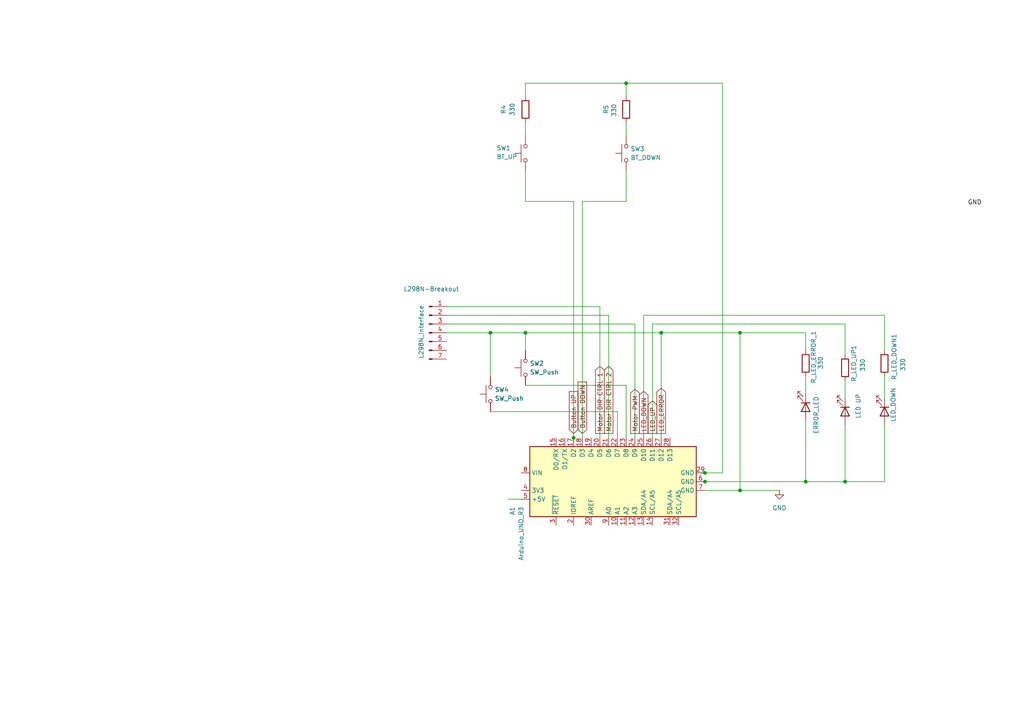
<source format=kicad_sch>
(kicad_sch (version 20250114) (generator "eeschema") (generator_version "9.0")
  (paper "A4")
  (title_block (title "Desk Automation") (date "2025-12-30") (rev "0.1") (company "E2Q"))
  (lib_symbols
    (symbol "Connector:Conn_01x07_Pin" (pin_names (offset 1.016) (hide yes))
      (property "Reference" "J" (at 0 10.16 0))
      (property "Value" "Conn_01x07_Pin" (at 0 -10.16 0))
      (symbol "Conn_01x07_Pin_1_1"
        (rectangle (start 0.8636 7.747) (end 0 7.493) (stroke (width 0.1524)) (fill (type outline)))
        (rectangle (start 0.8636 5.207) (end 0 4.953) (stroke (width 0.1524)) (fill (type outline)))
        (rectangle (start 0.8636 2.667) (end 0 2.413) (stroke (width 0.1524)) (fill (type outline)))
        (rectangle (start 0.8636 0.127) (end 0 -0.127) (stroke (width 0.1524)) (fill (type outline)))
        (rectangle (start 0.8636 -2.413) (end 0 -2.667) (stroke (width 0.1524)) (fill (type outline)))
        (rectangle (start 0.8636 -4.953) (end 0 -5.207) (stroke (width 0.1524)) (fill (type outline)))
        (rectangle (start 0.8636 -7.493) (end 0 -7.747) (stroke (width 0.1524)) (fill (type outline)))
        (polyline (pts (xy 1.27 7.62) (xy 0.8636 7.62)) (stroke (width 0.1524)))
        (polyline (pts (xy 1.27 5.08) (xy 0.8636 5.08)) (stroke (width 0.1524)))
        (polyline (pts (xy 1.27 2.54) (xy 0.8636 2.54)) (stroke (width 0.1524)))
        (polyline (pts (xy 1.27 0) (xy 0.8636 0)) (stroke (width 0.1524)))
        (polyline (pts (xy 1.27 -2.54) (xy 0.8636 -2.54)) (stroke (width 0.1524)))
        (polyline (pts (xy 1.27 -5.08) (xy 0.8636 -5.08)) (stroke (width 0.1524)))
        (polyline (pts (xy 1.27 -7.62) (xy 0.8636 -7.62)) (stroke (width 0.1524)))
        (pin passive line (at 5.08 7.62 180) (length 3.81) (name "Pin_1") (number "1"))
        (pin passive line (at 5.08 5.08 180) (length 3.81) (name "Pin_2") (number "2"))
        (pin passive line (at 5.08 2.54 180) (length 3.81) (name "Pin_3") (number "3"))
        (pin passive line (at 5.08 0 180) (length 3.81) (name "Pin_4") (number "4"))
        (pin passive line (at 5.08 -2.54 180) (length 3.81) (name "Pin_5") (number "5"))
        (pin passive line (at 5.08 -5.08 180) (length 3.81) (name "Pin_6") (number "6"))
        (pin passive line (at 5.08 -7.62 180) (length 3.81) (name "Pin_7") (number "7"))
      )
    )
    (symbol "Device:LED" (pin_numbers (hide yes)) (pin_names (offset 1.016) (hide yes))
      (property "Reference" "D" (at 0 2.54 0))
      (property "Value" "LED" (at 0 -2.54 0))
      (symbol "LED_0_1"
        (polyline (pts (xy -3.048 -0.762) (xy -4.572 -2.286) (xy -3.81 -2.286) (xy -4.572 -2.286) (xy -4.572 -1.524)))
        (polyline (pts (xy -1.778 -0.762) (xy -3.302 -2.286) (xy -2.54 -2.286) (xy -3.302 -2.286) (xy -3.302 -1.524)))
        (polyline (pts (xy -1.27 0) (xy 1.27 0)))
        (polyline (pts (xy -1.27 -1.27) (xy -1.27 1.27)) (stroke (width 0.254)))
        (polyline (pts (xy 1.27 -1.27) (xy 1.27 1.27) (xy -1.27 0) (xy 1.27 -1.27)) (stroke (width 0.254)))
      )
      (symbol "LED_1_1"
        (pin passive line (at -3.81 0 0) (length 2.54) (name "K") (number "1"))
        (pin passive line (at 3.81 0 180) (length 2.54) (name "A") (number "2"))
      )
    )
    (symbol "Device:R" (pin_numbers (hide yes)) (pin_names (offset 0))
      (property "Reference" "R" (at 2.032 0 90))
      (property "Value" "R" (at 0 0 90))
      (symbol "R_0_1"
        (rectangle (start -1.016 -2.54) (end 1.016 2.54) (stroke (width 0.254)))
      )
      (symbol "R_1_1"
        (pin passive line (at 0 3.81 270) (length 1.27) (name "~") (number "1"))
        (pin passive line (at 0 -3.81 90) (length 1.27) (name "~") (number "2"))
      )
    )
    (symbol "MCU_Module:Arduino_UNO_R3"
      (property "Reference" "A" (at -10.16 23.495 0))
      (property "Value" "Arduino_UNO_R3" (at 5.08 -26.67 0))
      (symbol "Arduino_UNO_R3_0_1"
        (rectangle (start -10.16 22.86) (end 10.16 -25.4) (stroke (width 0.254)) (fill (type background)))
      )
      (symbol "Arduino_UNO_R3_1_1"
        (pin bidirectional line (at -12.7 15.24 0) (length 2.54) (name "D0/RX") (number "15"))
        (pin bidirectional line (at -12.7 12.7 0) (length 2.54) (name "D1/TX") (number "16"))
        (pin bidirectional line (at -12.7 10.16 0) (length 2.54) (name "D2") (number "17"))
        (pin bidirectional line (at -12.7 7.62 0) (length 2.54) (name "D3") (number "18"))
        (pin bidirectional line (at -12.7 5.08 0) (length 2.54) (name "D4") (number "19"))
        (pin bidirectional line (at -12.7 2.54 0) (length 2.54) (name "D5") (number "20"))
        (pin bidirectional line (at -12.7 0 0) (length 2.54) (name "D6") (number "21"))
        (pin bidirectional line (at -12.7 -2.54 0) (length 2.54) (name "D7") (number "22"))
        (pin bidirectional line (at -12.7 -5.08 0) (length 2.54) (name "D8") (number "23"))
        (pin bidirectional line (at -12.7 -7.62 0) (length 2.54) (name "D9") (number "24"))
        (pin bidirectional line (at -12.7 -10.16 0) (length 2.54) (name "D10") (number "25"))
        (pin bidirectional line (at -12.7 -12.7 0) (length 2.54) (name "D11") (number "26"))
        (pin bidirectional line (at -12.7 -15.24 0) (length 2.54) (name "D12") (number "27"))
        (pin bidirectional line (at -12.7 -17.78 0) (length 2.54) (name "D13") (number "28"))
        (pin no_connect line (at -10.16 -20.32 0) (length 2.54) (hide yes) (name "NC") (number "1"))
        (pin power_in line (at -2.54 25.4 270) (length 2.54) (name "VIN") (number "8"))
        (pin power_in line (at -2.54 -27.94 90) (length 2.54) (name "GND") (number "29"))
        (pin power_in line (at 0 -27.94 90) (length 2.54) (name "GND") (number "6"))
        (pin power_out line (at 2.54 25.4 270) (length 2.54) (name "3V3") (number "4"))
        (pin power_in line (at 2.54 -27.94 90) (length 2.54) (name "GND") (number "7"))
        (pin power_out line (at 5.08 25.4 270) (length 2.54) (name "+5V") (number "5"))
        (pin input line (at 12.7 15.24 180) (length 2.54) (name "~{RESET}") (number "3"))
        (pin output line (at 12.7 10.16 180) (length 2.54) (name "IOREF") (number "2"))
        (pin input line (at 12.7 5.08 180) (length 2.54) (name "AREF") (number "30"))
        (pin bidirectional line (at 12.7 0 180) (length 2.54) (name "A0") (number "9"))
        (pin bidirectional line (at 12.7 -2.54 180) (length 2.54) (name "A1") (number "10"))
        (pin bidirectional line (at 12.7 -5.08 180) (length 2.54) (name "A2") (number "11"))
        (pin bidirectional line (at 12.7 -7.62 180) (length 2.54) (name "A3") (number "12"))
        (pin bidirectional line (at 12.7 -10.16 180) (length 2.54) (name "SDA/A4") (number "13"))
        (pin bidirectional line (at 12.7 -12.7 180) (length 2.54) (name "SCL/A5") (number "14"))
        (pin bidirectional line (at 12.7 -17.78 180) (length 2.54) (name "SDA/A4") (number "31"))
        (pin bidirectional line (at 12.7 -20.32 180) (length 2.54) (name "SCL/A5") (number "32"))
      )
    )
    (symbol "Switch:SW_Push" (pin_numbers (hide yes)) (pin_names (offset 1.016) (hide yes))
      (property "Reference" "SW" (at 1.27 2.54 0))
      (property "Value" "SW_Push" (at 0 -1.524 0))
      (symbol "SW_Push_0_1"
        (circle (center -2.032 0) (radius 0.508))
        (polyline (pts (xy 0 1.27) (xy 0 3.048)))
        (circle (center 2.032 0) (radius 0.508))
        (polyline (pts (xy 2.54 1.27) (xy -2.54 1.27)))
        (pin passive line (at -5.08 0 0) (length 2.54) (name "1") (number "1"))
        (pin passive line (at 5.08 0 180) (length 2.54) (name "2") (number "2"))
      )
    )
    (symbol "power:GND" (power) (pin_numbers (hide yes)) (pin_names (offset 0) (hide yes))
      (property "Value" "GND" (at 0 -3.81 0))
      (symbol "GND_0_1"
        (polyline (pts (xy 0 0) (xy 0 -1.27) (xy 1.27 -1.27) (xy 0 -2.54) (xy -1.27 -1.27) (xy 0 -1.27)))
      )
      (symbol "GND_1_1"
        (pin power_in line (at 0 0 270) (length 0) (name "~") (number "1"))
      )
    )
  )
  (junction (at 191.77 96.52))
  (junction (at 166.37 127))
  (junction (at 214.63 96.52))
  (junction (at 181.61 24.13))
  (junction (at 204.47 137.16))
  (junction (at 233.68 139.7))
  (junction (at 142.24 96.52))
  (junction (at 214.63 142.24))
  (junction (at 204.47 139.7))
  (junction (at 245.11 139.7))
  (junction (at 152.4 96.52))
  (wire (pts (xy 152.4 35.56) (xy 152.4 39.37)))
  (wire (pts (xy 181.61 111.76) (xy 181.61 127)))
  (wire (pts (xy 181.61 35.56) (xy 181.61 39.37)))
  (wire (pts (xy 181.61 24.13) (xy 181.61 27.94)))
  (wire (pts (xy 204.47 137.16) (xy 209.55 137.16)))
  (wire (pts (xy 186.69 91.44) (xy 186.69 127)))
  (wire (pts (xy 142.24 119.38) (xy 179.07 119.38)))
  (wire (pts (xy 245.11 123.19) (xy 245.11 139.7)))
  (wire (pts (xy 214.63 142.24) (xy 226.06 142.24)))
  (wire (pts (xy 256.54 91.44) (xy 186.69 91.44)))
  (wire (pts (xy 203.2 139.7) (xy 204.47 139.7)))
  (wire (pts (xy 203.2 137.16) (xy 204.47 137.16)))
  (wire (pts (xy 209.55 24.13) (xy 209.55 137.16)))
  (wire (pts (xy 166.37 58.42) (xy 152.4 58.42)))
  (wire (pts (xy 245.11 110.49) (xy 245.11 115.57)))
  (wire (pts (xy 191.77 96.52) (xy 191.77 127)))
  (wire (pts (xy 129.54 96.52) (xy 142.24 96.52)))
  (wire (pts (xy 189.23 93.98) (xy 189.23 127)))
  (wire (pts (xy 151.13 144.78) (xy 147.32 144.78)))
  (wire (pts (xy 142.24 96.52) (xy 142.24 109.22)))
  (wire (pts (xy 152.4 96.52) (xy 152.4 101.6)))
  (wire (pts (xy 245.11 93.98) (xy 245.11 102.87)))
  (wire (pts (xy 181.61 49.53) (xy 181.61 58.42)))
  (wire (pts (xy 233.68 121.92) (xy 233.68 139.7)))
  (wire (pts (xy 179.07 119.38) (xy 179.07 127)))
  (wire (pts (xy 233.68 109.22) (xy 233.68 114.3)))
  (wire (pts (xy 152.4 24.13) (xy 152.4 27.94)))
  (wire (pts (xy 166.37 128.27) (xy 166.37 127)))
  (wire (pts (xy 233.68 139.7) (xy 245.11 139.7)))
  (wire (pts (xy 168.91 58.42) (xy 181.61 58.42)))
  (wire (pts (xy 184.15 93.98) (xy 184.15 127)))
  (wire (pts (xy 181.61 24.13) (xy 209.55 24.13)))
  (wire (pts (xy 152.4 96.52) (xy 191.77 96.52)))
  (wire (pts (xy 245.11 93.98) (xy 189.23 93.98)))
  (wire (pts (xy 204.47 139.7) (xy 233.68 139.7)))
  (wire (pts (xy 233.68 96.52) (xy 233.68 101.6)))
  (wire (pts (xy 256.54 109.22) (xy 256.54 115.57)))
  (wire (pts (xy 152.4 24.13) (xy 181.61 24.13)))
  (wire (pts (xy 214.63 96.52) (xy 233.68 96.52)))
  (wire (pts (xy 256.54 123.19) (xy 256.54 139.7)))
  (wire (pts (xy 152.4 111.76) (xy 181.61 111.76)))
  (wire (pts (xy 214.63 142.24) (xy 214.63 96.52)))
  (wire (pts (xy 152.4 49.53) (xy 152.4 58.42)))
  (wire (pts (xy 191.77 96.52) (xy 214.63 96.52)))
  (wire (pts (xy 184.15 93.98) (xy 129.54 93.98)))
  (wire (pts (xy 129.54 88.9) (xy 173.99 88.9)))
  (wire (pts (xy 204.47 142.24) (xy 214.63 142.24)))
  (wire (pts (xy 173.99 88.9) (xy 173.99 127)))
  (wire (pts (xy 142.24 96.52) (xy 152.4 96.52)))
  (wire (pts (xy 176.53 91.44) (xy 176.53 127)))
  (wire (pts (xy 256.54 91.44) (xy 256.54 101.6)))
  (wire (pts (xy 245.11 139.7) (xy 256.54 139.7)))
  (wire (pts (xy 166.37 58.42) (xy 166.37 127)))
  (wire (pts (xy 168.91 127) (xy 168.91 58.42)))
  (wire (pts (xy 176.53 91.44) (xy 129.54 91.44)))
  (label "GND" (at 280.67 59.69 0))
  (global_label "Motor DIR CTRL 1" (shape output) (at 173.99 125.73 90) (property "Intersheetrefs" "${INTERSHEET_REFS}" (effects (hide yes))))
  (global_label "Button DOWN" (shape input) (at 168.91 125.73 90) (property "Intersheetrefs" "${INTERSHEET_REFS}" (effects (hide yes))))
  (global_label "LED_ERROR" (shape output) (at 191.77 125.73 90) (property "Intersheetrefs" "${INTERSHEET_REFS}" (effects (hide yes))))
  (global_label "Motor PWM" (shape output) (at 184.15 125.73 90) (property "Intersheetrefs" "${INTERSHEET_REFS}" (effects (hide yes))))
  (global_label "Button UP" (shape input) (at 166.37 125.73 90) (property "Intersheetrefs" "${INTERSHEET_REFS}" (effects (hide yes))))
  (global_label "LED_DOWN" (shape output) (at 186.69 125.73 90) (property "Intersheetrefs" "${INTERSHEET_REFS}" (effects (hide yes))))
  (global_label "Motor DIR CTRL 2" (shape output) (at 176.53 125.73 90) (property "Intersheetrefs" "${INTERSHEET_REFS}" (effects (hide yes))))
  (global_label "LED_UP" (shape output) (at 189.23 125.73 90) (property "Intersheetrefs" "${INTERSHEET_REFS}" (effects (hide yes))))
  (symbol (lib_id "Switch:SW_Push") (at 142.24 114.3 90) (unit 1)
    (property "Reference" "SW4" (at 143.51 113.0299 90) (effects (justify right)))
    (property "Value" "SW_Push" (at 143.51 115.5699 90) (effects (justify right)))
    (property "Description" "Push button switch, generic, two pins" (effects (hide yes)))
  )
  (symbol (lib_id "Switch:SW_Push") (at 152.4 106.68 90) (unit 1)
    (property "Reference" "SW2" (at 153.67 105.4099 90) (effects (justify right)))
    (property "Value" "SW_Push" (at 153.67 107.9499 90) (effects (justify right)))
    (property "Description" "Push button switch, generic, two pins" (effects (hide yes)))
  )
  (symbol (lib_id "Device:R") (at 245.11 106.68 0) (unit 1)
    (property "Reference" "R_LED_UP1" (at 247.65 105.41 90))
    (property "Value" "330" (at 250.19 105.918 90))
    (property "Footprint" "Resistor_THT:R_Axial_DIN0207_L6.3mm_D2.5mm_P2.54mm_Vertical" (effects (hide yes)))
    (property "Description" "Resistor" (effects (hide yes)))
  )
  (symbol (lib_id "power:GND") (at 226.06 142.24 0) (unit 1)
    (property "Reference" "#PWR01" (effects (hide yes)))
    (property "Value" "GND" (at 226.06 147.32 0))
    (property "Description" "Power symbol creates a global label with name \"GND\" , ground" (effects (hide yes)))
  )
  (symbol (lib_id "Switch:SW_Push") (at 181.61 44.45 90) (unit 1)
    (property "Reference" "SW3" (at 182.88 43.1799 90) (effects (justify right)))
    (property "Value" "BT_DOWN" (at 182.88 45.7199 90) (effects (justify right)))
    (property "Footprint" "SW_PUSH_6mm_H5mm" (effects (hide yes)))
    (property "Description" "Push button switch, generic, two pins" (effects (hide yes)))
  )
  (symbol (lib_id "Connector:Conn_01x07_Pin") (at 124.46 96.52 0) (unit 1)
    (property "Reference" "L298N-Breakout" (at 125.095 83.82 0))
    (property "Value" "L298N_Interface" (at 122.174 96.266 90))
    (property "Footprint" "DeskAutomation:L298N Interface" (effects (hide yes)))
    (property "Description" "Generic connector, single row, 01x07, script generated" (effects (hide yes)))
  )
  (symbol (lib_id "Device:LED") (at 245.11 119.38 270) (unit 1)
    (property "Reference" "D2" (effects (hide yes)))
    (property "Value" "LED UP" (at 248.92 117.7925 0))
    (property "Footprint" "LED_THT:LED_D5.0mm" (effects (hide yes)))
    (property "Description" "Light emitting diode" (effects (hide yes)))
    (property "Sim.Pins" "1=K 2=A" (effects (hide yes)))
  )
  (symbol (lib_id "Device:LED") (at 256.54 119.38 270) (unit 1)
    (property "Reference" "D1" (effects (hide yes)))
    (property "Value" "LED_DOWN" (at 259.08 122.428 0) (effects (justify right)))
    (property "Footprint" "LED_THT:LED_D5.0mm" (effects (hide yes)))
    (property "Description" "Light emitting diode" (effects (hide yes)))
    (property "Sim.Pins" "1=K 2=A" (effects (hide yes)))
  )
  (symbol (lib_id "Device:R") (at 152.4 31.75 180) (unit 1)
    (property "Reference" "R4" (at 146.05 31.75 90))
    (property "Value" "330" (at 148.59 31.75 90))
    (property "Footprint" "Resistor_THT:R_Axial_DIN0207_L6.3mm_D2.5mm_P2.54mm_Vertical" (effects (hide yes)))
    (property "Description" "Resistor" (effects (hide yes)))
  )
  (symbol (lib_id "Switch:SW_Push") (at 152.4 44.45 90) (unit 1)
    (property "Reference" "SW1" (at 144.018 42.926 90) (effects (justify right)))
    (property "Value" "BT_UP" (at 144.018 45.466 90) (effects (justify right)))
    (property "Footprint" "SW_PUSH_6mm_H5mm" (effects (hide yes)))
    (property "Description" "Push button switch, generic, two pins" (effects (hide yes)))
  )
  (symbol (lib_id "Device:LED") (at 233.68 118.11 270) (unit 1)
    (property "Reference" "D3" (effects (hide yes)))
    (property "Value" "ERROR_LED" (at 236.728 120.396 0))
    (property "Footprint" "LED_THT:LED_D5.0mm" (effects (hide yes)))
    (property "Description" "Light emitting diode" (effects (hide yes)))
    (property "Sim.Pins" "1=K 2=A" (effects (hide yes)))
  )
  (symbol (lib_id "Device:R") (at 256.54 105.41 0) (unit 1)
    (property "Reference" "R_LED_DOWN1" (at 259.334 110.236 90) (effects (justify left)))
    (property "Value" "330" (at 261.874 107.696 90) (effects (justify left)))
    (property "Footprint" "Resistor_THT:R_Axial_DIN0207_L6.3mm_D2.5mm_P2.54mm_Vertical" (effects (hide yes)))
    (property "Description" "Resistor" (effects (hide yes)))
  )
  (symbol (lib_id "Device:R") (at 233.68 105.41 0) (unit 1)
    (property "Reference" "R_LED_ERROR_1" (at 235.966 111.252 90) (effects (justify left)))
    (property "Value" "330" (at 237.998 107.188 90) (effects (justify left)))
    (property "Footprint" "Resistor_THT:R_Axial_DIN0207_L6.3mm_D2.5mm_P2.54mm_Vertical" (effects (hide yes)))
    (property "Description" "Resistor" (effects (hide yes)))
  )
  (symbol (lib_id "MCU_Module:Arduino_UNO_R3") (at 176.53 139.7 90) (mirror x) (unit 1)
    (property "Reference" "A1" (at 148.59 146.9233 0) (effects (justify left)))
    (property "Value" "Arduino_UNO_R3" (at 151.13 146.9233 0) (effects (justify left)))
    (property "Footprint" "Module:Arduino_UNO_R3" (effects (hide yes)))
    (property "Datasheet" "https://www.arduino.cc/en/Main/arduinoBoardUno" (effects (hide yes)))
    (property "Description" "Arduino UNO Microcontroller Module, release 3" (effects (hide yes)))
  )
  (symbol (lib_id "Device:R") (at 181.61 31.75 180) (unit 1)
    (property "Reference" "R5" (at 175.768 31.75 90))
    (property "Value" "330" (at 178.054 32.004 90))
    (property "Footprint" "Resistor_THT:R_Axial_DIN0207_L6.3mm_D2.5mm_P2.54mm_Vertical" (effects (hide yes)))
    (property "Description" "Resistor" (effects (hide yes)))
  )
)
</source>
